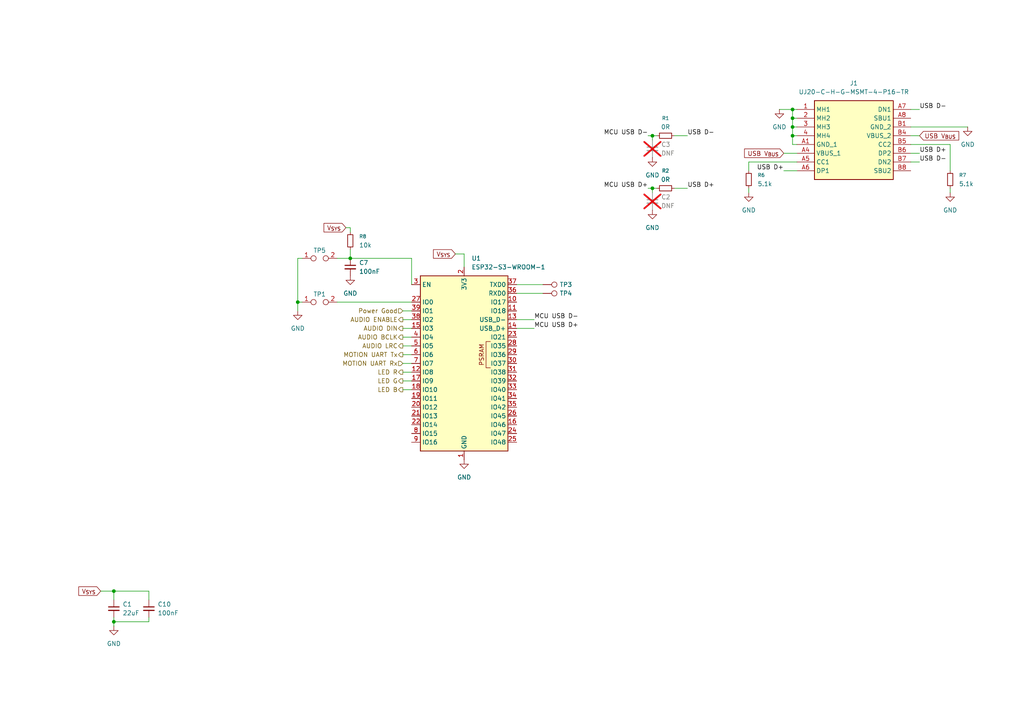
<source format=kicad_sch>
(kicad_sch (version 20250114) (generator "eeschema") (generator_version "9.0")
  (paper "A4")
  (title_block (rev "${VERSION}") (company "${COMPANY}") (comment 1 "${AUTHOR}"))
  (lib_symbols
    (symbol "Auto Downloaded Symbols:UJ20-C-H-G-MSMT-4-P16-TR"
      (property "Reference" "J" (at 29.21 7.62 0))
      (property "Value" "UJ20-C-H-G-MSMT-4-P16-TR" (at 29.21 5.08 0))
      (symbol "UJ20-C-H-G-MSMT-4-P16-TR_1_1"
        (rectangle (start 5.08 2.54) (end 27.94 -20.32) (stroke (width 0.254)) (fill (type background)))
        (pin passive line (at 0 0 0) (length 5.08) (name "MH1") (number "1"))
        (pin passive line (at 0 -2.54 0) (length 5.08) (name "MH2") (number "2"))
        (pin passive line (at 0 -5.08 0) (length 5.08) (name "MH3") (number "3"))
        (pin passive line (at 0 -7.62 0) (length 5.08) (name "MH4") (number "4"))
        (pin passive line (at 0 -10.16 0) (length 5.08) (name "GND_1") (number "A1"))
        (pin passive line (at 0 -12.7 0) (length 5.08) (name "VBUS_1") (number "A4"))
        (pin passive line (at 0 -15.24 0) (length 5.08) (name "CC1") (number "A5"))
        (pin passive line (at 0 -17.78 0) (length 5.08) (name "DP1") (number "A6"))
        (pin passive line (at 33.02 0 180) (length 5.08) (name "DN1") (number "A7"))
        (pin passive line (at 33.02 -2.54 180) (length 5.08) (name "SBU1") (number "A8"))
        (pin passive line (at 33.02 -5.08 180) (length 5.08) (name "GND_2") (number "B1"))
        (pin passive line (at 33.02 -7.62 180) (length 5.08) (name "VBUS_2") (number "B4"))
        (pin passive line (at 33.02 -10.16 180) (length 5.08) (name "CC2") (number "B5"))
        (pin passive line (at 33.02 -12.7 180) (length 5.08) (name "DP2") (number "B6"))
        (pin passive line (at 33.02 -15.24 180) (length 5.08) (name "DN2") (number "B7"))
        (pin passive line (at 33.02 -17.78 180) (length 5.08) (name "SBU2") (number "B8"))
      )
    )
    (symbol "Connector:TestPoint" (pin_numbers (hide yes)) (pin_names (offset 0.762) (hide yes))
      (property "Reference" "TP" (at 0 6.858 0))
      (property "Value" "TestPoint" (at 0 5.08 0))
      (symbol "TestPoint_0_1"
        (circle (center 0 3.302) (radius 0.762))
      )
      (symbol "TestPoint_1_1"
        (pin passive line (at 0 0 90) (length 2.54) (name "1") (number "1"))
      )
    )
    (symbol "Connector:TestPoint_2Pole" (pin_names (offset 0.762) (hide yes))
      (property "Reference" "TP" (at 0 1.524 0))
      (property "Value" "TestPoint_2Pole" (at 0 -1.778 0))
      (symbol "TestPoint_2Pole_0_1"
        (circle (center -1.778 0) (radius 0.762))
        (circle (center 1.778 0) (radius 0.762))
        (pin passive line (at -5.08 0 0) (length 2.54) (name "1") (number "1"))
        (pin passive line (at 5.08 0 180) (length 2.54) (name "2") (number "2"))
      )
    )
    (symbol "Device:C_Small" (pin_numbers (hide yes)) (pin_names (offset 0.254) (hide yes))
      (property "Reference" "C" (at 0.254 1.778 0))
      (property "Value" "C_Small" (at 0.254 -2.032 0))
      (symbol "C_Small_0_1"
        (polyline (pts (xy -1.524 0.508) (xy 1.524 0.508)) (stroke (width 0.3048)))
        (polyline (pts (xy -1.524 -0.508) (xy 1.524 -0.508)) (stroke (width 0.3302)))
      )
      (symbol "C_Small_1_1"
        (pin passive line (at 0 2.54 270) (length 2.032) (name "~") (number "1"))
        (pin passive line (at 0 -2.54 90) (length 2.032) (name "~") (number "2"))
      )
    )
    (symbol "Device:R_Small" (pin_numbers (hide yes)) (pin_names (offset 0.254) (hide yes))
      (property "Reference" "R" (at 0 0 90))
      (property "Value" "R_Small" (at 1.778 0 90))
      (symbol "R_Small_0_1"
        (rectangle (start -0.762 1.778) (end 0.762 -1.778) (stroke (width 0.2032)))
      )
      (symbol "R_Small_1_1"
        (pin passive line (at 0 2.54 270) (length 0.762) (name "~") (number "1"))
        (pin passive line (at 0 -2.54 90) (length 0.762) (name "~") (number "2"))
      )
    )
    (symbol "RF_Module:ESP32-S3-WROOM-1"
      (property "Reference" "U" (at -12.7 26.67 0))
      (property "Value" "ESP32-S3-WROOM-1" (at 12.7 26.67 0))
      (symbol "ESP32-S3-WROOM-1_0_0"
        (rectangle (start -12.7 25.4) (end 12.7 -25.4) (stroke (width 0.254)) (fill (type background)))
        (text "PSRAM" (at 5.08 2.54 900) (effects (font (size 1.27 1.27))))
      )
      (symbol "ESP32-S3-WROOM-1_0_1"
        (polyline (pts (xy 7.62 -1.27) (xy 6.35 -1.27) (xy 6.35 6.35) (xy 7.62 6.35)))
      )
      (symbol "ESP32-S3-WROOM-1_1_1"
        (pin input line (at -15.24 22.86 0) (length 2.54) (name "EN") (number "3"))
        (pin bidirectional line (at -15.24 17.78 0) (length 2.54) (name "IO0") (number "27"))
        (pin bidirectional line (at -15.24 15.24 0) (length 2.54) (name "IO1") (number "39"))
        (pin bidirectional line (at -15.24 12.7 0) (length 2.54) (name "IO2") (number "38"))
        (pin bidirectional line (at -15.24 10.16 0) (length 2.54) (name "IO3") (number "15"))
        (pin bidirectional line (at -15.24 7.62 0) (length 2.54) (name "IO4") (number "4"))
        (pin bidirectional line (at -15.24 5.08 0) (length 2.54) (name "IO5") (number "5"))
        (pin bidirectional line (at -15.24 2.54 0) (length 2.54) (name "IO6") (number "6"))
        (pin bidirectional line (at -15.24 0 0) (length 2.54) (name "IO7") (number "7"))
        (pin bidirectional line (at -15.24 -2.54 0) (length 2.54) (name "IO8") (number "12"))
        (pin bidirectional line (at -15.24 -5.08 0) (length 2.54) (name "IO9") (number "17"))
        (pin bidirectional line (at -15.24 -7.62 0) (length 2.54) (name "IO10") (number "18"))
        (pin bidirectional line (at -15.24 -10.16 0) (length 2.54) (name "IO11") (number "19"))
        (pin bidirectional line (at -15.24 -12.7 0) (length 2.54) (name "IO12") (number "20"))
        (pin bidirectional line (at -15.24 -15.24 0) (length 2.54) (name "IO13") (number "21"))
        (pin bidirectional line (at -15.24 -17.78 0) (length 2.54) (name "IO14") (number "22"))
        (pin bidirectional line (at -15.24 -20.32 0) (length 2.54) (name "IO15") (number "8"))
        (pin bidirectional line (at -15.24 -22.86 0) (length 2.54) (name "IO16") (number "9"))
        (pin power_in line (at 0 27.94 270) (length 2.54) (name "3V3") (number "2"))
        (pin power_in line (at 0 -27.94 90) (length 2.54) (name "GND") (number "1"))
        (pin passive line (at 0 -27.94 90) (length 2.54) (hide yes) (name "GND") (number "40"))
        (pin passive line (at 0 -27.94 90) (length 2.54) (hide yes) (name "GND") (number "41"))
        (pin bidirectional line (at 15.24 22.86 180) (length 2.54) (name "TXD0") (number "37"))
        (pin bidirectional line (at 15.24 20.32 180) (length 2.54) (name "RXD0") (number "36"))
        (pin bidirectional line (at 15.24 17.78 180) (length 2.54) (name "IO17") (number "10"))
        (pin bidirectional line (at 15.24 15.24 180) (length 2.54) (name "IO18") (number "11"))
        (pin bidirectional line (at 15.24 12.7 180) (length 2.54) (name "USB_D-") (number "13"))
        (pin bidirectional line (at 15.24 10.16 180) (length 2.54) (name "USB_D+") (number "14"))
        (pin bidirectional line (at 15.24 7.62 180) (length 2.54) (name "IO21") (number "23"))
        (pin bidirectional line (at 15.24 5.08 180) (length 2.54) (name "IO35") (number "28"))
        (pin bidirectional line (at 15.24 2.54 180) (length 2.54) (name "IO36") (number "29"))
        (pin bidirectional line (at 15.24 0 180) (length 2.54) (name "IO37") (number "30"))
        (pin bidirectional line (at 15.24 -2.54 180) (length 2.54) (name "IO38") (number "31"))
        (pin bidirectional line (at 15.24 -5.08 180) (length 2.54) (name "IO39") (number "32"))
        (pin bidirectional line (at 15.24 -7.62 180) (length 2.54) (name "IO40") (number "33"))
        (pin bidirectional line (at 15.24 -10.16 180) (length 2.54) (name "IO41") (number "34"))
        (pin bidirectional line (at 15.24 -12.7 180) (length 2.54) (name "IO42") (number "35"))
        (pin bidirectional line (at 15.24 -15.24 180) (length 2.54) (name "IO45") (number "26"))
        (pin bidirectional line (at 15.24 -17.78 180) (length 2.54) (name "IO46") (number "16"))
        (pin bidirectional line (at 15.24 -20.32 180) (length 2.54) (name "IO47") (number "24"))
        (pin bidirectional line (at 15.24 -22.86 180) (length 2.54) (name "IO48") (number "25"))
      )
    )
    (symbol "power:GND" (power) (pin_numbers (hide yes)) (pin_names (offset 0) (hide yes))
      (property "Value" "GND" (at 0 -3.81 0))
      (symbol "GND_0_1"
        (polyline (pts (xy 0 0) (xy 0 -1.27) (xy 1.27 -1.27) (xy 0 -2.54) (xy -1.27 -1.27) (xy 0 -1.27)))
      )
      (symbol "GND_1_1"
        (pin power_in line (at 0 0 270) (length 0) (name "~") (number "1"))
      )
    )
  )
  (junction (at 189.23 39.37))
  (junction (at 229.87 39.37))
  (junction (at 33.02 180.34))
  (junction (at 229.87 36.83))
  (junction (at 229.87 34.29))
  (junction (at 33.02 171.45))
  (junction (at 86.36 87.63))
  (junction (at 101.6 74.93))
  (junction (at 229.87 31.75))
  (junction (at 189.23 54.61))
  (wire (pts (xy 116.84 97.79) (xy 119.38 97.79)))
  (wire (pts (xy 231.14 46.99) (xy 217.17 46.99)))
  (wire (pts (xy 189.23 39.37) (xy 190.5 39.37)))
  (wire (pts (xy 195.58 54.61) (xy 199.39 54.61)))
  (wire (pts (xy 149.86 95.25) (xy 154.94 95.25)))
  (wire (pts (xy 154.94 92.71) (xy 149.86 92.71)))
  (wire (pts (xy 195.58 39.37) (xy 199.39 39.37)))
  (wire (pts (xy 43.18 173.99) (xy 43.18 171.45)))
  (wire (pts (xy 275.59 49.53) (xy 275.59 41.91)))
  (wire (pts (xy 189.23 54.61) (xy 189.23 55.88)))
  (wire (pts (xy 264.16 36.83) (xy 280.67 36.83)))
  (wire (pts (xy 116.84 113.03) (xy 119.38 113.03)))
  (wire (pts (xy 87.63 74.93) (xy 86.36 74.93)))
  (wire (pts (xy 132.08 73.66) (xy 134.62 73.66)))
  (wire (pts (xy 116.84 92.71) (xy 119.38 92.71)))
  (wire (pts (xy 101.6 66.04) (xy 101.6 67.31)))
  (wire (pts (xy 275.59 54.61) (xy 275.59 55.88)))
  (wire (pts (xy 227.33 49.53) (xy 231.14 49.53)))
  (wire (pts (xy 264.16 39.37) (xy 266.7 39.37)))
  (wire (pts (xy 33.02 180.34) (xy 33.02 179.07)))
  (wire (pts (xy 189.23 39.37) (xy 189.23 40.64)))
  (wire (pts (xy 149.86 85.09) (xy 157.48 85.09)))
  (wire (pts (xy 43.18 180.34) (xy 33.02 180.34)))
  (wire (pts (xy 87.63 87.63) (xy 86.36 87.63)))
  (wire (pts (xy 226.06 31.75) (xy 229.87 31.75)))
  (wire (pts (xy 149.86 82.55) (xy 157.48 82.55)))
  (wire (pts (xy 229.87 41.91) (xy 229.87 39.37)))
  (wire (pts (xy 116.84 102.87) (xy 119.38 102.87)))
  (wire (pts (xy 229.87 36.83) (xy 229.87 34.29)))
  (wire (pts (xy 116.84 90.17) (xy 119.38 90.17)))
  (wire (pts (xy 101.6 74.93) (xy 101.6 72.39)))
  (wire (pts (xy 101.6 74.93) (xy 119.38 74.93)))
  (wire (pts (xy 229.87 34.29) (xy 229.87 31.75)))
  (wire (pts (xy 116.84 95.25) (xy 119.38 95.25)))
  (wire (pts (xy 264.16 44.45) (xy 266.7 44.45)))
  (wire (pts (xy 116.84 107.95) (xy 119.38 107.95)))
  (wire (pts (xy 43.18 179.07) (xy 43.18 180.34)))
  (wire (pts (xy 33.02 171.45) (xy 29.21 171.45)))
  (wire (pts (xy 116.84 105.41) (xy 119.38 105.41)))
  (wire (pts (xy 227.33 44.45) (xy 231.14 44.45)))
  (wire (pts (xy 116.84 100.33) (xy 119.38 100.33)))
  (wire (pts (xy 119.38 74.93) (xy 119.38 82.55)))
  (wire (pts (xy 275.59 41.91) (xy 264.16 41.91)))
  (wire (pts (xy 97.79 87.63) (xy 119.38 87.63)))
  (wire (pts (xy 187.96 39.37) (xy 189.23 39.37)))
  (wire (pts (xy 229.87 36.83) (xy 231.14 36.83)))
  (wire (pts (xy 217.17 46.99) (xy 217.17 49.53)))
  (wire (pts (xy 231.14 41.91) (xy 229.87 41.91)))
  (wire (pts (xy 86.36 87.63) (xy 86.36 90.17)))
  (wire (pts (xy 43.18 171.45) (xy 33.02 171.45)))
  (wire (pts (xy 229.87 31.75) (xy 231.14 31.75)))
  (wire (pts (xy 97.79 74.93) (xy 101.6 74.93)))
  (wire (pts (xy 217.17 54.61) (xy 217.17 55.88)))
  (wire (pts (xy 231.14 39.37) (xy 229.87 39.37)))
  (wire (pts (xy 229.87 34.29) (xy 231.14 34.29)))
  (wire (pts (xy 33.02 181.61) (xy 33.02 180.34)))
  (wire (pts (xy 134.62 73.66) (xy 134.62 77.47)))
  (wire (pts (xy 189.23 54.61) (xy 190.5 54.61)))
  (wire (pts (xy 86.36 74.93) (xy 86.36 87.63)))
  (wire (pts (xy 187.96 54.61) (xy 189.23 54.61)))
  (wire (pts (xy 116.84 110.49) (xy 119.38 110.49)))
  (wire (pts (xy 33.02 171.45) (xy 33.02 173.99)))
  (wire (pts (xy 229.87 39.37) (xy 229.87 36.83)))
  (wire (pts (xy 100.33 66.04) (xy 101.6 66.04)))
  (wire (pts (xy 264.16 31.75) (xy 266.7 31.75)))
  (wire (pts (xy 264.16 46.99) (xy 266.7 46.99)))
  (label "MCU USB D-" (at 154.94 92.71 0))
  (label "USB D-" (at 266.7 31.75 0))
  (label "USB D-" (at 266.7 46.99 0))
  (label "MCU USB D-" (at 187.96 39.37 180))
  (label "MCU USB D+" (at 187.96 54.61 180))
  (label "USB D-" (at 199.39 39.37 0))
  (label "USB D+" (at 227.33 49.53 180))
  (label "MCU USB D+" (at 154.94 95.25 0))
  (label "USB D+" (at 199.39 54.61 0))
  (label "USB D+" (at 266.7 44.45 0))
  (global_label "V_{SYS}" (shape input) (at 132.08 73.66 180) (property "Intersheetrefs" "${INTERSHEET_REFS}" (effects (hide yes))))
  (global_label "V_{SYS}" (shape input) (at 100.33 66.04 180) (property "Intersheetrefs" "${INTERSHEET_REFS}" (effects (hide yes))))
  (global_label "V_{SYS}" (shape input) (at 29.21 171.45 180) (property "Intersheetrefs" "${INTERSHEET_REFS}" (effects (hide yes))))
  (global_label "USB V_{BUS}" (shape input) (at 227.33 44.45 180) (property "Intersheetrefs" "${INTERSHEET_REFS}" (effects (hide yes))))
  (global_label "USB V_{BUS}" (shape input) (at 266.7 39.37 0) (property "Intersheetrefs" "${INTERSHEET_REFS}" (effects (hide yes))))
  (hierarchical_label "LED B" (shape output) (at 116.84 113.03 180))
  (hierarchical_label "AUDIO ENABLE" (shape output) (at 116.84 92.71 180))
  (hierarchical_label "Power Good" (shape input) (at 116.84 90.17 180))
  (hierarchical_label "AUDIO DIN" (shape output) (at 116.84 95.25 180))
  (hierarchical_label "LED G" (shape output) (at 116.84 110.49 180))
  (hierarchical_label "AUDIO LRC" (shape output) (at 116.84 100.33 180))
  (hierarchical_label "AUDIO BCLK" (shape output) (at 116.84 97.79 180))
  (hierarchical_label "LED R" (shape output) (at 116.84 107.95 180))
  (hierarchical_label "MOTION UART Tx" (shape output) (at 116.84 102.87 180))
  (hierarchical_label "MOTION UART Rx" (shape input) (at 116.84 105.41 180))
  (symbol (lib_id "Connector:TestPoint_2Pole") (at 92.71 74.93 0) (unit 1)
    (property "Reference" "TP5" (at 92.71 72.644 0))
    (property "Value" "TestPoint_2Pole" (effects (hide yes)))
    (property "Footprint" "Connector_PinHeader_1.00mm:PinHeader_2x01_P1.00mm_Vertical_SMD" (effects (hide yes)))
    (property "Description" "2-polar test point" (effects (hide yes)))
  )
  (symbol (lib_id "power:GND") (at 217.17 55.88 0) (unit 1)
    (property "Reference" "#PWR010" (effects (hide yes)))
    (property "Value" "GND" (at 217.17 60.96 0))
    (property "Description" "Power symbol creates a global label with name \"GND\" , ground" (effects (hide yes)))
  )
  (symbol (lib_id "Device:C_Small") (at 189.23 43.18 0) (unit 1) (dnp yes)
    (property "Reference" "C3" (at 191.77 41.9162 0) (effects (justify left)))
    (property "Value" "DNF" (at 191.77 44.4562 0) (effects (justify left)))
    (property "Footprint" "Capacitor_SMD:C_0402_1005Metric_Pad0.74x0.62mm_HandSolder" (effects (hide yes)))
    (property "Description" "Unpolarized capacitor, small symbol" (effects (hide yes)))
  )
  (symbol (lib_id "Device:C_Small") (at 33.02 176.53 0) (unit 1)
    (property "Reference" "C1" (at 35.56 175.2662 0) (effects (justify left)))
    (property "Value" "22uF" (at 35.56 177.8062 0) (effects (justify left)))
    (property "Footprint" "Capacitor_SMD:C_0603_1608Metric_Pad1.08x0.95mm_HandSolder" (effects (hide yes)))
    (property "Description" "Unpolarized capacitor, small symbol" (effects (hide yes)))
  )
  (symbol (lib_id "power:GND") (at 101.6 80.01 0) (unit 1)
    (property "Reference" "#PWR015" (effects (hide yes)))
    (property "Value" "GND" (at 101.6 85.09 0))
    (property "Description" "Power symbol creates a global label with name \"GND\" , ground" (effects (hide yes)))
  )
  (symbol (lib_id "power:GND") (at 226.06 31.75 0) (unit 1)
    (property "Reference" "#PWR05" (effects (hide yes)))
    (property "Value" "GND" (at 226.06 36.83 0))
    (property "Description" "Power symbol creates a global label with name \"GND\" , ground" (effects (hide yes)))
  )
  (symbol (lib_id "Connector:TestPoint") (at 157.48 82.55 270) (unit 1)
    (property "Reference" "TP3" (at 162.306 82.55 90) (effects (justify left)))
    (property "Value" "TestPoint" (effects (hide yes)))
    (property "Footprint" "TestPoint:TestPoint_Pad_D1.0mm" (effects (hide yes)))
    (property "Description" "test point" (effects (hide yes)))
  )
  (symbol (lib_id "Auto Downloaded Symbols:UJ20-C-H-G-MSMT-4-P16-TR") (at 231.14 31.75 0) (unit 1)
    (property "Reference" "J1" (at 247.65 24.13 0))
    (property "Value" "UJ20-C-H-G-MSMT-4-P16-TR" (at 247.65 26.67 0))
    (property "Footprint" "Auto Lib:UJ20CHGMSMT4P16TR" (effects (hide yes)))
    (property "Datasheet" "https://www.sameskydevices.com/product/resource/supplyframepdf/uj20-c-h-g-msmt-4-p16-tr.pdf" (effects (hide yes)))
    (property "Description" "Type C, USB 2.0, 480 Mbps, 48 Vac, 5 A, Horizontal, Gold plated 3u, Mid  Surface Mount 1.6mm, 16 pin, USB Receptacle" (effects (hide yes)))
    (property "Height" "3.36" (effects (hide yes)))
    (property "Mouser Part Number" "179-UJ20CHGMSMT4P16T" (effects (hide yes)))
    (property "Mouser Price/Stock" "https://www.mouser.co.uk/ProductDetail/Same-Sky/UJ20-C-H-G-MSMT-4-P16-TR?qs=IKkN%2F947nfCjJm0kGPdIjg%3D%3D" (effects (hide yes)))
    (property "Manufacturer_Name" "Same Sky" (effects (hide yes)))
    (property "Manufacturer_Part_Number" "UJ20-C-H-G-MSMT-4-P16-TR" (effects (hide yes)))
  )
  (symbol (lib_id "RF_Module:ESP32-S3-WROOM-1") (at 134.62 105.41 0) (unit 1)
    (property "Reference" "U1" (at 136.7633 74.93 0) (effects (justify left)))
    (property "Value" "ESP32-S3-WROOM-1" (at 136.7633 77.47 0) (effects (justify left)))
    (property "Footprint" "RF_Module:ESP32-S3-WROOM-1" (effects (hide yes)))
    (property "Datasheet" "https://www.espressif.com/sites/default/files/documentation/esp32-s3-wroom-1_wroom-1u_datasheet_en.pdf" (effects (hide yes)))
    (property "Description" "RF Module, ESP32-S3 SoC, Wi-Fi 802.11b/g/n, Bluetooth, BLE, 32-bit, 3.3V, onboard antenna, SMD" (effects (hide yes)))
  )
  (symbol (lib_id "power:GND") (at 134.62 133.35 0) (unit 1)
    (property "Reference" "#PWR02" (effects (hide yes)))
    (property "Value" "GND" (at 134.62 138.43 0))
    (property "Description" "Power symbol creates a global label with name \"GND\" , ground" (effects (hide yes)))
  )
  (symbol (lib_id "Device:C_Small") (at 43.18 176.53 0) (unit 1)
    (property "Reference" "C10" (at 45.72 175.2662 0) (effects (justify left)))
    (property "Value" "100nF" (at 45.72 177.8062 0) (effects (justify left)))
    (property "Footprint" "Capacitor_SMD:C_0402_1005Metric_Pad0.74x0.62mm_HandSolder" (effects (hide yes)))
    (property "Description" "Unpolarized capacitor, small symbol" (effects (hide yes)))
  )
  (symbol (lib_id "Device:R_Small") (at 101.6 69.85 0) (unit 1)
    (property "Reference" "R8" (at 104.14 68.5799 0) (effects (font (size 1.016 1.016)) (justify left)))
    (property "Value" "10k" (at 104.14 71.1199 0) (effects (justify left)))
    (property "Footprint" "Resistor_SMD:R_0402_1005Metric_Pad0.72x0.64mm_HandSolder" (effects (hide yes)))
    (property "Description" "Resistor, small symbol" (effects (hide yes)))
  )
  (symbol (lib_id "Device:R_Small") (at 193.04 54.61 90) (unit 1)
    (property "Reference" "R2" (at 193.04 49.53 90) (effects (font (size 1.016 1.016))))
    (property "Value" "0R" (at 193.04 52.07 90))
    (property "Footprint" "Resistor_SMD:R_0402_1005Metric_Pad0.72x0.64mm_HandSolder" (effects (hide yes)))
    (property "Description" "Resistor, small symbol" (effects (hide yes)))
  )
  (symbol (lib_id "Device:R_Small") (at 217.17 52.07 0) (unit 1)
    (property "Reference" "R6" (at 219.71 50.7999 0) (effects (font (size 1.016 1.016)) (justify left)))
    (property "Value" "5.1k" (at 219.71 53.3399 0) (effects (justify left)))
    (property "Footprint" "Resistor_SMD:R_0402_1005Metric_Pad0.72x0.64mm_HandSolder" (effects (hide yes)))
    (property "Description" "Resistor, small symbol" (effects (hide yes)))
  )
  (symbol (lib_id "Device:R_Small") (at 275.59 52.07 0) (unit 1)
    (property "Reference" "R7" (at 278.13 50.7999 0) (effects (font (size 1.016 1.016)) (justify left)))
    (property "Value" "5.1k" (at 278.13 53.3399 0) (effects (justify left)))
    (property "Footprint" "Resistor_SMD:R_0402_1005Metric_Pad0.72x0.64mm_HandSolder" (effects (hide yes)))
    (property "Description" "Resistor, small symbol" (effects (hide yes)))
  )
  (symbol (lib_id "power:GND") (at 33.02 181.61 0) (unit 1)
    (property "Reference" "#PWR01" (effects (hide yes)))
    (property "Value" "GND" (at 33.02 186.69 0))
    (property "Description" "Power symbol creates a global label with name \"GND\" , ground" (effects (hide yes)))
  )
  (symbol (lib_id "power:GND") (at 275.59 55.88 0) (unit 1)
    (property "Reference" "#PWR09" (effects (hide yes)))
    (property "Value" "GND" (at 275.59 60.96 0))
    (property "Description" "Power symbol creates a global label with name \"GND\" , ground" (effects (hide yes)))
  )
  (symbol (lib_id "Connector:TestPoint") (at 157.48 85.09 270) (unit 1)
    (property "Reference" "TP4" (at 162.306 85.09 90) (effects (justify left)))
    (property "Value" "TestPoint" (effects (hide yes)))
    (property "Footprint" "TestPoint:TestPoint_Pad_D1.0mm" (effects (hide yes)))
    (property "Description" "test point" (effects (hide yes)))
  )
  (symbol (lib_id "Device:C_Small") (at 101.6 77.47 0) (unit 1)
    (property "Reference" "C7" (at 104.14 76.2062 0) (effects (justify left)))
    (property "Value" "100nF" (at 104.14 78.7462 0) (effects (justify left)))
    (property "Footprint" "Capacitor_SMD:C_0402_1005Metric_Pad0.74x0.62mm_HandSolder" (effects (hide yes)))
    (property "Description" "Unpolarized capacitor, small symbol" (effects (hide yes)))
  )
  (symbol (lib_id "Connector:TestPoint_2Pole") (at 92.71 87.63 0) (unit 1)
    (property "Reference" "TP1" (at 92.71 85.344 0))
    (property "Value" "TestPoint_2Pole" (effects (hide yes)))
    (property "Footprint" "Connector_PinHeader_1.00mm:PinHeader_2x01_P1.00mm_Vertical_SMD" (effects (hide yes)))
    (property "Description" "2-polar test point" (effects (hide yes)))
  )
  (symbol (lib_id "power:GND") (at 189.23 60.96 0) (unit 1)
    (property "Reference" "#PWR03" (effects (hide yes)))
    (property "Value" "GND" (at 189.23 66.04 0))
    (property "Description" "Power symbol creates a global label with name \"GND\" , ground" (effects (hide yes)))
  )
  (symbol (lib_id "Device:R_Small") (at 193.04 39.37 90) (unit 1)
    (property "Reference" "R1" (at 193.04 34.29 90) (effects (font (size 1.016 1.016))))
    (property "Value" "0R" (at 193.04 36.83 90))
    (property "Footprint" "Resistor_SMD:R_0402_1005Metric_Pad0.72x0.64mm_HandSolder" (effects (hide yes)))
    (property "Description" "Resistor, small symbol" (effects (hide yes)))
  )
  (symbol (lib_id "power:GND") (at 86.36 90.17 0) (unit 1)
    (property "Reference" "#PWR014" (effects (hide yes)))
    (property "Value" "GND" (at 86.36 95.25 0))
    (property "Description" "Power symbol creates a global label with name \"GND\" , ground" (effects (hide yes)))
  )
  (symbol (lib_id "Device:C_Small") (at 189.23 58.42 0) (unit 1) (dnp yes)
    (property "Reference" "C2" (at 191.77 57.1562 0) (effects (justify left)))
    (property "Value" "DNF" (at 191.77 59.6962 0) (effects (justify left)))
    (property "Footprint" "Capacitor_SMD:C_0402_1005Metric_Pad0.74x0.62mm_HandSolder" (effects (hide yes)))
    (property "Description" "Unpolarized capacitor, small symbol" (effects (hide yes)))
  )
  (symbol (lib_id "power:GND") (at 189.23 45.72 0) (unit 1)
    (property "Reference" "#PWR04" (effects (hide yes)))
    (property "Value" "GND" (at 189.23 50.8 0))
    (property "Description" "Power symbol creates a global label with name \"GND\" , ground" (effects (hide yes)))
  )
  (symbol (lib_id "power:GND") (at 280.67 36.83 0) (unit 1)
    (property "Reference" "#PWR08" (effects (hide yes)))
    (property "Value" "GND" (at 280.67 41.91 0))
    (property "Description" "Power symbol creates a global label with name \"GND\" , ground" (effects (hide yes)))
  )
)
</source>
